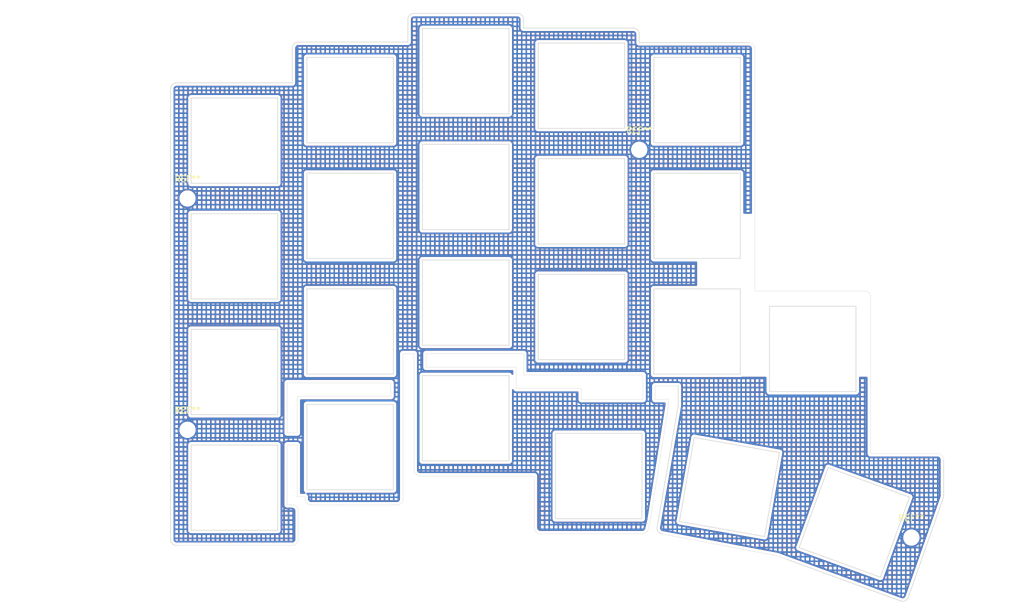
<source format=kicad_pcb>
(kicad_pcb (version 20240108) (generator "pcbnew") (generator_version "8.0")
  (layers (0 "F.Cu" signal) (31 "B.Cu" signal) (34 "B.Paste" user) (35 "F.Paste" user) (36 "B.SilkS" user "B.Silkscreen") (37 "F.SilkS" user "F.Silkscreen") (38 "B.Mask" user) (39 "F.Mask" user) (44 "Edge.Cuts" user))
  (net 0 "")
  (footprint "Library:MountingHole_2.2mm_M2" (layer "F.Cu") (at 147.2 122.2)
    (property "Reference" "REF**" (at 0 -3.2 0) (layer "F.SilkS"))
    (property "Value" "MountingHole_2.2mm_M2")
    (pad "" np_thru_hole circle (at 0 0) (size 2.2 2.2) (drill 2.2) (layers "*.Cu" "*.Mask"))
  )
  (footprint "Library:MountingHole_2.2mm_M2" (layer "F.Cu") (at 28.3 104.5)
    (property "Reference" "REF**" (at 0 -3.2 0) (layer "F.SilkS"))
    (property "Value" "MountingHole_2.2mm_M2" (hide yes))
    (pad "" np_thru_hole circle (at 0 0) (size 2.2 2.2) (drill 2.2) (layers "*.Cu" "*.Mask"))
  )
  (footprint "Library:MountingHole_2.2mm_M2" (layer "F.Cu") (at 28.3 66.5)
    (property "Reference" "REF**" (at 0 -3.2 0) (layer "F.SilkS"))
    (property "Value" "MountingHole_2.2mm_M2" (hide yes))
    (pad "" np_thru_hole circle (at 0 0) (size 2.2 2.2) (drill 2.2) (layers "*.Cu" "*.Mask"))
  )
  (footprint "Library:MountingHole_2.2mm_M2" (layer "F.Cu") (at 102.5 58.5)
    (property "Reference" "REF**" (at 0 -3.2 0) (layer "F.SilkS"))
    (property "Value" "MountingHole_2.2mm_M2")
    (pad "" np_thru_hole circle (at 0 0) (size 2.2 2.2) (drill 2.2) (layers "*.Cu" "*.Mask"))
  )
  (footprint "Library:MX_MountHole_14.2x14" (layer "B.Cu") (at 36 95 180)
    (property "Reference" "SW23" (hide yes))
    (property "Value" "SW_Push" (hide yes))
    (fp_line (start 7.1 7) (end -7.1 7) (stroke (width 0.1)) (layer "Edge.Cuts"))
    (fp_line (start 7.1 -7) (end 7.1 7) (stroke (width 0.1)) (layer "Edge.Cuts"))
    (fp_line (start -7.1 7) (end -7.1 -7) (stroke (width 0.1)) (layer "Edge.Cuts"))
    (fp_line (start -7.1 -7) (end 7.1 -7) (stroke (width 0.1)) (layer "Edge.Cuts"))
  )
  (footprint "Library:MX_MountHole_14.2x14" (layer "B.Cu") (at 36 57 180)
    (property "Reference" "SW9" (hide yes))
    (property "Value" "SW_Push" (hide yes))
    (fp_line (start 7.1 7) (end -7.1 7) (stroke (width 0.1)) (layer "Edge.Cuts"))
    (fp_line (start 7.1 -7) (end 7.1 7) (stroke (width 0.1)) (layer "Edge.Cuts"))
    (fp_line (start -7.1 7) (end -7.1 -7) (stroke (width 0.1)) (layer "Edge.Cuts"))
    (fp_line (start -7.1 -7) (end 7.1 -7) (stroke (width 0.1)) (layer "Edge.Cuts"))
  )
  (footprint "Library:MX_MountHole_14.2x14" (layer "B.Cu") (at 137.825663 119.705702 160)
    (property "Reference" "SW35" (hide yes))
    (property "Value" "SW_Push" (hide yes))
    (fp_line (start 7.1 -7) (end 7.1 7) (stroke (width 0.1)) (layer "Edge.Cuts"))
    (fp_line (start 7.1 7) (end -7.1 7) (stroke (width 0.1)) (layer "Edge.Cuts"))
    (fp_line (start -7.1 -7) (end 7.1 -7) (stroke (width 0.1)) (layer "Edge.Cuts"))
    (fp_line (start -7.1 7) (end -7.1 -7) (stroke (width 0.1)) (layer "Edge.Cuts"))
  )
  (footprint "Library:MX_MountHole_14.2x14" (layer "B.Cu") (at 131 91.2 180)
    (property "Reference" "SW28" (hide yes))
    (property "Value" "SW_Push" (hide yes))
    (fp_line (start 7.1 7) (end -7.1 7) (stroke (width 0.1)) (layer "Edge.Cuts"))
    (fp_line (start 7.1 -7) (end 7.1 7) (stroke (width 0.1)) (layer "Edge.Cuts"))
    (fp_line (start -7.1 7) (end -7.1 -7) (stroke (width 0.1)) (layer "Edge.Cuts"))
    (fp_line (start -7.1 -7) (end 7.1 -7) (stroke (width 0.1)) (layer "Edge.Cuts"))
  )
  (footprint "Library:MX_MountHole_14.2x14" (layer "B.Cu") (at 93 66.975 180)
    (property "Reference" "SW19" (hide yes))
    (property "Value" "SW_Push" (hide yes))
    (fp_line (start 7.1 7) (end -7.1 7) (stroke (width 0.1)) (layer "Edge.Cuts"))
    (fp_line (start 7.1 -7) (end 7.1 7) (stroke (width 0.1)) (layer "Edge.Cuts"))
    (fp_line (start -7.1 7) (end -7.1 -7) (stroke (width 0.1)) (layer "Edge.Cuts"))
    (fp_line (start -7.1 -7) (end 7.1 -7) (stroke (width 0.1)) (layer "Edge.Cuts"))
  )
  (footprint "Library:MX_MountHole_14.2x14" (layer "B.Cu") (at 74 45.6 180)
    (property "Reference" "SW11" (hide yes))
    (property "Value" "SW_Push" (hide yes))
    (fp_line (start 7.1 7) (end -7.1 7) (stroke (width 0.1)) (layer "Edge.Cuts"))
    (fp_line (start 7.1 -7) (end 7.1 7) (stroke (width 0.1)) (layer "Edge.Cuts"))
    (fp_line (start -7.1 7) (end -7.1 -7) (stroke (width 0.1)) (layer "Edge.Cuts"))
    (fp_line (start -7.1 -7) (end 7.1 -7) (stroke (width 0.1)) (layer "Edge.Cuts"))
  )
  (footprint "Library:MX_MountHole_14.2x14" (layer "B.Cu") (at 55 69.35 180)
    (property "Reference" "SW17" (hide yes))
    (property "Value" "SW_Push" (hide yes))
    (fp_line (start 7.1 7) (end -7.1 7) (stroke (width 0.1)) (layer "Edge.Cuts"))
    (fp_line (start 7.1 -7) (end 7.1 7) (stroke (width 0.1)) (layer "Edge.Cuts"))
    (fp_line (start -7.1 7) (end -7.1 -7) (stroke (width 0.1)) (layer "Edge.Cuts"))
    (fp_line (start -7.1 -7) (end 7.1 -7) (stroke (width 0.1)) (layer "Edge.Cuts"))
  )
  (footprint "Library:MX_MountHole_14.2x14" (layer "B.Cu") (at 55 107.35 180)
    (property "Reference" "SW31" (hide yes))
    (property "Value" "SW_Push" (hide yes))
    (fp_line (start 7.1 7) (end -7.1 7) (stroke (width 0.1)) (layer "Edge.Cuts"))
    (fp_line (start 7.1 -7) (end 7.1 7) (stroke (width 0.1)) (layer "Edge.Cuts"))
    (fp_line (start -7.1 7) (end -7.1 -7) (stroke (width 0.1)) (layer "Edge.Cuts"))
    (fp_line (start -7.1 -7) (end 7.1 -7) (stroke (width 0.1)) (layer "Edge.Cuts"))
  )
  (footprint "Library:MX_MountHole_14.2x14" (layer "B.Cu") (at 93 85.975 180)
    (property "Reference" "SW26" (hide yes))
    (property "Value" "SW_Push" (hide yes))
    (fp_line (start 7.1 7) (end -7.1 7) (stroke (width 0.1)) (layer "Edge.Cuts"))
    (fp_line (start 7.1 -7) (end 7.1 7) (stroke (width 0.1)) (layer "Edge.Cuts"))
    (fp_line (start -7.1 7) (end -7.1 -7) (stroke (width 0.1)) (layer "Edge.Cuts"))
    (fp_line (start -7.1 -7) (end 7.1 -7) (stroke (width 0.1)) (layer "Edge.Cuts"))
  )
  (footprint "Library:MX_MountHole_14.2x14" (layer "B.Cu") (at 74 102.6 180)
    (property "Reference" "SW32" (hide yes))
    (property "Value" "SW_Push" (hide yes))
    (fp_line (start 7.1 7) (end -7.1 7) (stroke (width 0.1)) (layer "Edge.Cuts"))
    (fp_line (start 7.1 -7) (end 7.1 7) (stroke (width 0.1)) (layer "Edge.Cuts"))
    (fp_line (start -7.1 7) (end -7.1 -7) (stroke (width 0.1)) (layer "Edge.Cuts"))
    (fp_line (start -7.1 -7) (end 7.1 -7) (stroke (width 0.1)) (layer "Edge.Cuts"))
  )
  (footprint "Library:MX_MountHole_14.2x14" (layer "B.Cu") (at 93 47.975 180)
    (property "Reference" "SW12" (hide yes))
    (property "Value" "SW_Push" (hide yes))
    (fp_line (start 7.1 7) (end -7.1 7) (stroke (width 0.1)) (layer "Edge.Cuts"))
    (fp_line (start 7.1 -7) (end 7.1 7) (stroke (width 0.1)) (layer "Edge.Cuts"))
    (fp_line (start -7.1 7) (end -7.1 -7) (stroke (width 0.1)) (layer "Edge.Cuts"))
    (fp_line (start -7.1 -7) (end 7.1 -7) (stroke (width 0.1)) (layer "Edge.Cuts"))
  )
  (footprint "Library:MX_MountHole_14.2x14" (layer "B.Cu") (at 36 76 180)
    (property "Reference" "SW16" (hide yes))
    (property "Value" "SW_Push" (hide yes))
    (fp_line (start 7.1 7) (end -7.1 7) (stroke (width 0.1)) (layer "Edge.Cuts"))
    (fp_line (start 7.1 -7) (end 7.1 7) (stroke (width 0.1)) (layer "Edge.Cuts"))
    (fp_line (start -7.1 7) (end -7.1 -7) (stroke (width 0.1)) (layer "Edge.Cuts"))
    (fp_line (start -7.1 -7) (end 7.1 -7) (stroke (width 0.1)) (layer "Edge.Cuts"))
  )
  (footprint "Library:MX_MountHole_14.2x14" (layer "B.Cu") (at 112 69.35 180)
    (property "Reference" "SW20" (hide yes))
    (property "Value" "SW_Push" (hide yes))
    (fp_line (start 7.1 7) (end -7.1 7) (stroke (width 0.1)) (layer "Edge.Cuts"))
    (fp_line (start 7.1 -7) (end 7.1 7) (stroke (width 0.1)) (layer "Edge.Cuts"))
    (fp_line (start -7.1 7) (end -7.1 -7) (stroke (width 0.1)) (layer "Edge.Cuts"))
    (fp_line (start -7.1 -7) (end 7.1 -7) (stroke (width 0.1)) (layer "Edge.Cuts"))
  )
  (footprint "Library:MX_MountHole_14.2x14" (layer "B.Cu") (at 112 50.35 180)
    (property "Reference" "SW13" (hide yes))
    (property "Value" "SW_Push" (hide yes))
    (fp_line (start 7.1 7) (end -7.1 7) (stroke (width 0.1)) (layer "Edge.Cuts"))
    (fp_line (start 7.1 -7) (end 7.1 7) (stroke (width 0.1)) (layer "Edge.Cuts"))
    (fp_line (start -7.1 7) (end -7.1 -7) (stroke (width 0.1)) (layer "Edge.Cuts"))
    (fp_line (start -7.1 -7) (end 7.1 -7) (stroke (width 0.1)) (layer "Edge.Cuts"))
  )
  (footprint "Library:MX_MountHole_14.2x14" (layer "B.Cu") (at 95.85 112.1 180)
    (property "Reference" "SW33" (hide yes))
    (property "Value" "SW_Push" (hide yes))
    (fp_line (start 7.1 7) (end -7.1 7) (stroke (width 0.1)) (layer "Edge.Cuts"))
    (fp_line (start 7.1 -7) (end 7.1 7) (stroke (width 0.1)) (layer "Edge.Cuts"))
    (fp_line (start -7.1 7) (end -7.1 -7) (stroke (width 0.1)) (layer "Edge.Cuts"))
    (fp_line (start -7.1 -7) (end 7.1 -7) (stroke (width 0.1)) (layer "Edge.Cuts"))
  )
  (footprint "Library:MX_MountHole_14.2x14" (layer "B.Cu") (at 112 88.35 180)
    (property "Reference" "SW27" (hide yes))
    (property "Value" "SW_Push" (hide yes))
    (fp_line (start 7.1 7) (end -7.1 7) (stroke (width 0.1)) (layer "Edge.Cuts"))
    (fp_line (start 7.1 -7) (end 7.1 7) (stroke (width 0.1)) (layer "Edge.Cuts"))
    (fp_line (start -7.1 7) (end -7.1 -7) (stroke (width 0.1)) (layer "Edge.Cuts"))
    (fp_line (start -7.1 -7) (end 7.1 -7) (stroke (width 0.1)) (layer "Edge.Cuts"))
  )
  (footprint "Library:MX_MountHole_14.2x14" (layer "B.Cu") (at 74 83.6 180)
    (property "Reference" "SW25" (hide yes))
    (property "Value" "SW_Push" (hide yes))
    (fp_line (start 7.1 7) (end -7.1 7) (stroke (width 0.1)) (layer "Edge.Cuts"))
    (fp_line (start 7.1 -7) (end 7.1 7) (stroke (width 0.1)) (layer "Edge.Cuts"))
    (fp_line (start -7.1 7) (end -7.1 -7) (stroke (width 0.1)) (layer "Edge.Cuts"))
    (fp_line (start -7.1 -7) (end 7.1 -7) (stroke (width 0.1)) (layer "Edge.Cuts"))
  )
  (footprint "Library:MX_MountHole_14.2x14" (layer "B.Cu") (at 74 64.6 180)
    (property "Reference" "SW18" (hide yes))
    (property "Value" "SW_Push" (hide yes))
    (fp_line (start 7.1 7) (end -7.1 7) (stroke (width 0.1)) (layer "Edge.Cuts"))
    (fp_line (start 7.1 -7) (end 7.1 7) (stroke (width 0.1)) (layer "Edge.Cuts"))
    (fp_line (start -7.1 7) (end -7.1 -7) (stroke (width 0.1)) (layer "Edge.Cuts"))
    (fp_line (start -7.1 -7) (end 7.1 -7) (stroke (width 0.1)) (layer "Edge.Cuts"))
  )
  (footprint "Library:MX_MountHole_14.2x14" (layer "B.Cu") (at 117.305331 113.893984 170)
    (property "Reference" "SW34" (hide yes))
    (property "Value" "SW_Push" (hide yes))
    (fp_line (start 7.1 -7) (end 7.1 7) (stroke (width 0.1)) (layer "Edge.Cuts"))
    (fp_line (start 7.1 7) (end -7.1 7) (stroke (width 0.1)) (layer "Edge.Cuts"))
    (fp_line (start -7.1 -7) (end 7.1 -7) (stroke (width 0.1)) (layer "Edge.Cuts"))
    (fp_line (start -7.1 7) (end -7.1 -7) (stroke (width 0.1)) (layer "Edge.Cuts"))
  )
  (footprint "Library:MX_MountHole_14.2x14" (layer "B.Cu") (at 36 114 180)
    (property "Reference" "SW30" (hide yes))
    (property "Value" "SW_Push" (hide yes))
    (fp_line (start 7.1 7) (end -7.1 7) (stroke (width 0.1)) (layer "Edge.Cuts"))
    (fp_line (start 7.1 -7) (end 7.1 7) (stroke (width 0.1)) (layer "Edge.Cuts"))
    (fp_line (start -7.1 7) (end -7.1 -7) (stroke (width 0.1)) (layer "Edge.Cuts"))
    (fp_line (start -7.1 -7) (end 7.1 -7) (stroke (width 0.1)) (layer "Edge.Cuts"))
  )
  (footprint "Library:MX_MountHole_14.2x14" (layer "B.Cu") (at 55 50.35 180)
    (property "Reference" "SW10" (hide yes))
    (property "Value" "SW_Push" (hide yes))
    (fp_line (start 7.1 7) (end -7.1 7) (stroke (width 0.1)) (layer "Edge.Cuts"))
    (fp_line (start 7.1 -7) (end 7.1 7) (stroke (width 0.1)) (layer "Edge.Cuts"))
    (fp_line (start -7.1 7) (end -7.1 -7) (stroke (width 0.1)) (layer "Edge.Cuts"))
    (fp_line (start -7.1 -7) (end 7.1 -7) (stroke (width 0.1)) (layer "Edge.Cuts"))
  )
  (footprint "Library:MX_MountHole_14.2x14" (layer "B.Cu") (at 55 88.35 180)
    (property "Reference" "SW24" (hide yes))
    (property "Value" "SW_Push" (hide yes))
    (fp_line (start 7.1 7) (end -7.1 7) (stroke (width 0.1)) (layer "Edge.Cuts"))
    (fp_line (start 7.1 -7) (end 7.1 7) (stroke (width 0.1)) (layer "Edge.Cuts"))
    (fp_line (start -7.1 7) (end -7.1 -7) (stroke (width 0.1)) (layer "Edge.Cuts"))
    (fp_line (start -7.1 -7) (end 7.1 -7) (stroke (width 0.1)) (layer "Edge.Cuts"))
  )
  (gr_arc (start 63.7 115.85) (mid 63.407107 116.557107) (end 62.7 116.85) (stroke (width 0.05)) (layer "Edge.Cuts"))
  (gr_line (start 96.8 99.5) (end 99.4 99.5) (stroke (width 0.05)) (layer "Edge.Cuts"))
  (gr_line (start 64.5 37.1) (end 64.5 40.8) (stroke (width 0.1)) (layer "Edge.Cuts"))
  (gr_line (start 121.5 41.9) (end 121.5 81.7) (stroke (width 0.05)) (layer "Edge.Cuts"))
  (gr_line (start 86.25 121.6) (end 102.985557 121.6) (stroke (width 0.05)) (layer "Edge.Cuts"))
  (gr_arc (start 25.5 48.5) (mid 25.792893 47.792893) (end 26.5 47.5) (stroke (width 0.1)) (layer "Edge.Cuts"))
  (gr_line (start 63.7 92) (end 63.7 96.8) (stroke (width 0.05)) (layer "Edge.Cuts"))
  (gr_arc (start 26.5 123.5) (mid 25.792893 123.207107) (end 25.5 122.5) (stroke (width 0.1)) (layer "Edge.Cuts"))
  (gr_line (start 44.7 116.8) (end 45.5 116.8) (stroke (width 0.05)) (layer "Edge.Cuts"))
  (gr_line (start 93 99.5) (end 96.8 99.5) (stroke (width 0.05)) (layer "Edge.Cuts"))
  (gr_line (start 104.3 119.4) (end 103.958244 120.832119) (stroke (width 0.05)) (layer "Edge.Cuts"))
  (gr_arc (start 146.7 132) (mid 146.181937 132.573074) (end 145.410104 132.606015) (stroke (width 0.1)) (layer "Edge.Cuts"))
  (gr_line (start 107.3 100.5) (end 104.3 119.4) (stroke (width 0.05)) (layer "Edge.Cuts"))
  (gr_line (start 105.1 97.3) (end 105.1 99.5) (stroke (width 0.05)) (layer "Edge.Cuts"))
  (gr_line (start 53.5 116.85) (end 62.7 116.85) (stroke (width 0.05)) (layer "Edge.Cuts"))
  (gr_arc (start 103.958244 120.832119) (mid 103.605182 121.384878) (end 102.985557 121.6) (stroke (width 0.05)) (layer "Edge.Cuts"))
  (gr_line (start 85.25 120.1) (end 85.25 120.6) (stroke (width 0.05)) (layer "Edge.Cuts"))
  (gr_arc (start 64.5 37.1) (mid 64.792893 36.392893) (end 65.5 36.1) (stroke (width 0.1)) (layer "Edge.Cuts"))
  (gr_arc (start 139.5 81.7) (mid 140.207107 81.992893) (end 140.5 82.7) (stroke (width 0.05)) (layer "Edge.Cuts"))
  (gr_line (start 103.1 95.5) (end 96.8 95.5) (stroke (width 0.05)) (layer "Edge.Cuts"))
  (gr_arc (start 48.6 116.85) (mid 47.892893 116.557107) (end 47.6 115.85) (stroke (width 0.05)) (layer "Edge.Cuts"))
  (gr_line (start 44.7 96.8) (end 44.7 105) (stroke (width 0.05)) (layer "Edge.Cuts"))
  (gr_line (start 126.8 125.8) (end 145.410104 132.606015) (stroke (width 0.1)) (layer "Edge.Cuts"))
  (gr_line (start 44.7 107) (end 44.7 116.8) (stroke (width 0.05)) (layer "Edge.Cuts"))
  (gr_line (start 140.5 82.7) (end 140.5 108.4) (stroke (width 0.05)) (layer "Edge.Cuts"))
  (gr_line (start 146.7 132) (end 152.5 115.5) (stroke (width 0.1)) (layer "Edge.Cuts"))
  (gr_line (start 108.9 100.5) (end 108.9 97.3) (stroke (width 0.1)) (layer "Edge.Cuts"))
  (gr_line (start 47.6 115.85) (end 47.6 115.5) (stroke (width 0.05)) (layer "Edge.Cuts"))
  (gr_arc (start 66.5 112.1) (mid 65.792893 111.807107) (end 65.5 111.1) (stroke (width 0.05)) (layer "Edge.Cuts"))
  (gr_line (start 85.25 112.1) (end 85.25 120.1) (stroke (width 0.05)) (layer "Edge.Cuts"))
  (gr_line (start 108.9 100.5) (end 105.439698 120.455515) (stroke (width 0.1)) (layer "Edge.Cuts"))
  (gr_line (start 47.6 115.5) (end 46.3 115.5) (stroke (width 0.05)) (layer "Edge.Cuts"))
  (gr_line (start 101.5 38.5) (end 83.5 38.5) (stroke (width 0.1)) (layer "Edge.Cuts"))
  (gr_line (start 63.7 99) (end 63.7 115.85) (stroke (width 0.05)) (layer "Edge.Cuts"))
  (gr_line (start 120.5 40.9) (end 102.5 40.9) (stroke (width 0.1)) (layer "Edge.Cuts"))
  (gr_line (start 45.5 47.5) (end 26.5 47.5) (stroke (width 0.1)) (layer "Edge.Cuts"))
  (gr_line (start 67.5 92) (end 67.5 94.2) (stroke (width 0.05)) (layer "Edge.Cuts"))
  (gr_line (start 44.7 107) (end 46.3 107) (stroke (width 0.05)) (layer "Edge.Cuts"))
  (gr_line (start 82.3 97.7) (end 93 97.7) (stroke (width 0.05)) (layer "Edge.Cuts"))
  (gr_line (start 83.5 38.5) (end 83.5 37.1) (stroke (width 0.1)) (layer "Edge.Cuts"))
  (gr_line (start 44.7 105) (end 46.3 105) (stroke (width 0.05)) (layer "Edge.Cuts"))
  (gr_arc (start 86.25 121.6) (mid 85.542893 121.307107) (end 85.25 120.6) (stroke (width 0.05)) (layer "Edge.Cuts"))
  (gr_line (start 46.3 105) (end 46.3 99) (stroke (width 0.05)) (layer "Edge.Cuts"))
  (gr_line (start 67.5 94.2) (end 82.3 94.2) (stroke (width 0.05)) (layer "Edge.Cuts"))
  (gr_line (start 46.5 122.5) (end 46.5 117.8) (stroke (width 0.05)) (layer "Edge.Cuts"))
  (gr_line (start 96.8 95.5) (end 83.5 95.5) (stroke (width 0.05)) (layer "Edge.Cuts"))
  (gr_arc (start 46.5 122.5) (mid 46.207107 123.207107) (end 45.5 123.5) (stroke (width 0.05)) (layer "Edge.Cuts"))
  (gr_line (start 99.4 99.5) (end 103.1 99.5) (stroke (width 0.05)) (layer "Edge.Cuts"))
  (gr_arc (start 45.5 41.8) (mid 45.792893 41.092893) (end 46.5 40.8) (stroke (width 0.1)) (layer "Edge.Cuts"))
  (gr_line (start 125.2 125.2) (end 126.8 125.8) (stroke (width 0.05)) (layer "Edge.Cuts"))
  (gr_line (start 82.5 36.1) (end 65.5 36.1) (stroke (width 0.1)) (layer "Edge.Cuts"))
  (gr_line (start 48.6 116.85) (end 53.5 116.85) (stroke (width 0.05)) (layer "Edge.Cuts"))
  (gr_line (start 82.3 94.2) (end 82.3 97.7) (stroke (width 0.05)) (layer "Edge.Cuts"))
  (gr_line (start 46.3 99) (end 61.7 99) (stroke (width 0.05)) (layer "Edge.Cuts"))
  (gr_line (start 45.5 123.5) (end 26.5 123.5) (stroke (width 0.05)) (layer "Edge.Cuts"))
  (gr_arc (start 45.5 116.8) (mid 46.207107 117.092893) (end 46.5 117.8) (stroke (width 0.05)) (layer "Edge.Cuts"))
  (gr_line (start 25.5 48.5) (end 25.5 122.5) (stroke (width 0.1)) (layer "Edge.Cuts"))
  (gr_line (start 46.3 115.5) (end 46.3 107) (stroke (width 0.05)) (layer "Edge.Cuts"))
  (gr_line (start 103.1 97.3) (end 103.1 95.5) (stroke (width 0.05)) (layer "Edge.Cuts"))
  (gr_line (start 83.5 95.5) (end 83.5 92) (stroke (width 0.05)) (layer "Edge.Cuts"))
  (gr_line (start 61.7 96.8) (end 44.7 96.8) (stroke (width 0.05)) (layer "Edge.Cuts"))
  (gr_line (start 63.7 96.8) (end 63.7 99) (stroke (width 0.05)) (layer "Edge.Cuts"))
  (gr_line (start 102.5 40.9) (end 102.5 39.5) (stroke (width 0.1)) (layer "Edge.Cuts"))
  (gr_line (start 83.5 92) (end 67.5 92) (stroke (width 0.05)) (layer "Edge.Cuts"))
  (gr_arc (start 151.5 108.4) (mid 152.207107 108.692893) (end 152.5 109.4) (stroke (width 0.05)) (layer "Edge.Cuts"))
  (gr_line (start 107.3 99.5) (end 107.3 100.5) (stroke (width 0.05)) (layer "Edge.Cuts"))
  (gr_arc (start 82.5 36.1) (mid 83.207107 36.392893) (end 83.5 37.1) (stroke (width 0.1)) (layer "Edge.Cuts"))
  (gr_line (start 65.5 111.1) (end 65.5 94.2) (stroke (width 0.05)) (layer "Edge.Cuts"))
  (gr_line (start 105.1 99.5) (end 107.3 99.5) (stroke (width 0.05)) (layer "Edge.Cuts"))
  (gr_line (start 61.7 96.8) (end 61.7 99) (stroke (width 0.05)) (layer "Edge.Cuts"))
  (gr_line (start 103.1 97.3) (end 103.1 99.5) (stroke (width 0.05)) (layer "Edge.Cuts"))
  (gr_line (start 64.5 40.8) (end 46.5 40.8) (stroke (width 0.1)) (layer "Edge.Cuts"))
  (gr_line (start 121.5 81.7) (end 139.5 81.7) (stroke (width 0.05)) (layer "Edge.Cuts"))
  (gr_line (start 65.5 92) (end 65.5 94.2) (stroke (width 0.05)) (layer "Edge.Cuts"))
  (gr_line (start 106.250175 121.618837) (end 125.2 125.2) (stroke (width 0.05)) (layer "Edge.Cuts"))
  (gr_arc (start 120.5 40.9) (mid 121.207107 41.192893) (end 121.5 41.9) (stroke (width 0.05)) (layer "Edge.Cuts"))
  (gr_line (start 93 97.7) (end 93 99.5) (stroke (width 0.05)) (layer "Edge.Cuts"))
  (gr_arc (start 106.250175 121.618837) (mid 105.603087 121.205671) (end 105.439698 120.455515) (stroke (width 0.1)) (layer "Edge.Cuts"))
  (gr_line (start 152.5 109.4) (end 152.5 115.5) (stroke (width 0.1)) (layer "Edge.Cuts"))
  (gr_line (start 108.9 97.3) (end 105.1 97.3) (stroke (width 0.05)) (layer "Edge.Cuts"))
  (gr_line (start 66.5 112.1) (end 85.25 112.1) (stroke (width 0.05)) (layer "Edge.Cuts"))
  (gr_line (start 45.5 41.8) (end 45.5 47.5) (stroke (width 0.1)) (layer "Edge.Cuts"))
  (gr_line (start 140.5 108.4) (end 151.5 108.4) (stroke (width 0.05)) (layer "Edge.Cuts"))
  (gr_arc (start 101.5 38.5) (mid 102.207107 38.792893) (end 102.5 39.5) (stroke (width 0.1)) (layer "Edge.Cuts"))
  (gr_line (start 65.5 92) (end 63.7 92) (stroke (width 0.05)) (layer "Edge.Cuts"))
  (zone (net 0) (net_name "") (layers "F&B.Cu") (connect_pads (clearance 0)) (min_thickness 0.25)
    (keepout (tracks allowed) (vias allowed) (pads allowed) (copperpour not_allowed) (footprints allowed))
    (fill (thermal_gap 0.5) (thermal_bridge_width 0.5))
    (polygon (pts (xy 165.7 69) (xy 112 69) (xy 112 95.8) (xy 165.7 95.8)))
  )
  (zone (net 0) (net_name "") (layers "F&B.Cu") (connect_pads (clearance 0.5)) (min_thickness 0.25) (fill yes (mode hatch) (thermal_gap 0.5) (thermal_bridge_width 0.5) (island_removal_mode 1) (island_area_min 10) (hatch_thickness 0.25) (hatch_gap 0.5) (hatch_orientation 0) (hatch_border_algorithm hatch_thickness) (hatch_min_hole_area 0.3))
    (polygon (pts (xy -2.5 33.9) (xy -2.5 132.9) (xy 160 133) (xy 160 34)))
  )
)
</source>
